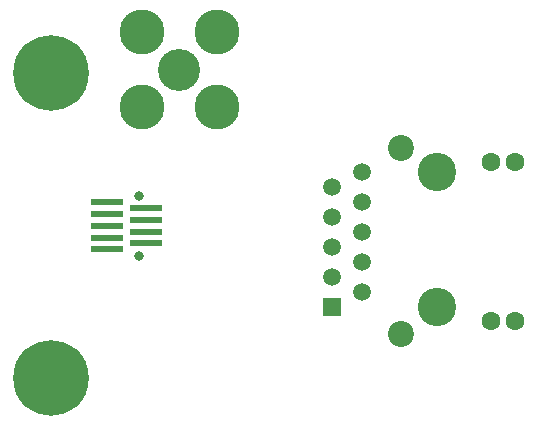
<source format=gbs>
G04 #@! TF.GenerationSoftware,KiCad,Pcbnew,(5.1.12)-1*
G04 #@! TF.CreationDate,2021-12-17T13:10:56+01:00*
G04 #@! TF.ProjectId,eth_mezz_mag_rj45,6574685f-6d65-47a7-9a5f-6d61675f726a,rev?*
G04 #@! TF.SameCoordinates,Original*
G04 #@! TF.FileFunction,Soldermask,Bot*
G04 #@! TF.FilePolarity,Negative*
%FSLAX46Y46*%
G04 Gerber Fmt 4.6, Leading zero omitted, Abs format (unit mm)*
G04 Created by KiCad (PCBNEW (5.1.12)-1) date 2021-12-17 13:10:56*
%MOMM*%
%LPD*%
G01*
G04 APERTURE LIST*
%ADD10C,0.800000*%
%ADD11R,2.794000X0.609600*%
%ADD12C,6.400000*%
%ADD13C,3.810000*%
%ADD14C,3.556000*%
%ADD15C,1.600000*%
%ADD16R,1.500000X1.500000*%
%ADD17C,1.500000*%
%ADD18C,2.200000*%
%ADD19C,3.250000*%
G04 APERTURE END LIST*
D10*
X124889820Y-98307900D03*
X124889820Y-93250500D03*
D11*
X122139000Y-97779200D03*
X125441000Y-97279200D03*
X122139000Y-96779200D03*
X125441000Y-96279200D03*
X122139000Y-95779200D03*
X125441000Y-95279200D03*
X122139000Y-94779200D03*
X125441000Y-94279200D03*
X122139000Y-93779200D03*
D10*
X119093056Y-106981344D03*
X117396000Y-106278400D03*
X115698944Y-106981344D03*
X114996000Y-108678400D03*
X115698944Y-110375456D03*
X117396000Y-111078400D03*
X119093056Y-110375456D03*
X119796000Y-108678400D03*
D12*
X117396000Y-108678400D03*
D10*
X119093056Y-81174944D03*
X117396000Y-80472000D03*
X115698944Y-81174944D03*
X114996000Y-82872000D03*
X115698944Y-84569056D03*
X117396000Y-85272000D03*
X119093056Y-84569056D03*
X119796000Y-82872000D03*
D12*
X117396000Y-82872000D03*
D13*
X131467600Y-85767600D03*
X125117600Y-85767600D03*
X131467600Y-79417600D03*
D14*
X128292600Y-82592600D03*
D13*
X125117600Y-79417600D03*
D15*
X154720000Y-90366000D03*
X156750000Y-90366000D03*
X154720000Y-103816000D03*
D16*
X141260000Y-102680000D03*
D17*
X141260000Y-100140000D03*
X141260000Y-97600000D03*
X141260000Y-95060000D03*
X141260000Y-92520000D03*
X143800000Y-101410000D03*
X143800000Y-98870000D03*
X143800000Y-96330000D03*
X143800000Y-93790000D03*
D18*
X147102000Y-104966000D03*
D19*
X150150000Y-102680000D03*
X150150000Y-91250000D03*
D18*
X147100000Y-89220000D03*
D15*
X156750000Y-103816000D03*
D17*
X143800000Y-91250000D03*
M02*

</source>
